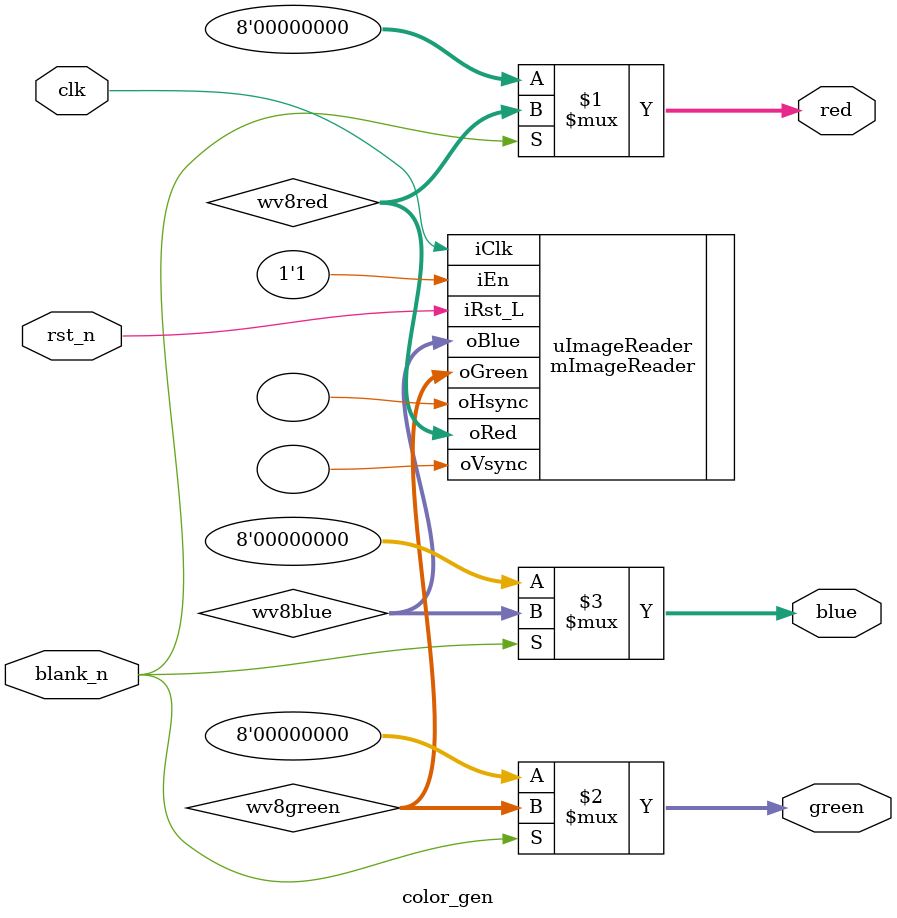
<source format=sv>
module color_gen
(
    input logic clk, rst_n,
    input logic blank_n,
   // input logic red_btn, green_btn, blue_btn,
    output logic [7:0] red, green, blue
);
logic [1:0] red_cnt, green_cnt, blue_cnt;
wire [7:0] wv8red, wv8green, wv8blue;

// The bottom six bits will always be high
// assign red = (blank_n) 		? {red_cnt, 6'b111111} : 8'b0;
// assign green = (blank_n) 	? {green_cnt, 6'b111111} : 8'b0;
// assign blue = (blank_n) 	? {blue_cnt, 6'b111111} : 8'b0;

assign red = (blank_n) 		? wv8red : 8'b0;
assign green = (blank_n) 	? wv8green : 8'b0; 
assign blue = (blank_n) 	? wv8blue : 8'b0;



// assign red = (blank_n) 		? 8'd180 : 8'b0;
// assign green = (blank_n) 	? 8'b0 : 8'b0; 
// assign blue = (blank_n) 	? 8'b0 : 8'b0;

/*
always_ff @(posedge clk)
begin
    if(!rst_n) begin
        red_cnt <= 2'b0;
        green_cnt <= 2'b0;
        blue_cnt <= 2'b0;
    end else begin
        // Increment each color if the respective button is being pressed
        if(red_btn)
            red_cnt += 1'b1;
            
        if(green_btn)
            green_cnt += 1'b1;
            
        if(blue_btn)
            blue_cnt += 1'b1;
    end
end
*/

mImageReader  
	#(	.TOTAL_COLS  (1056), //(800),  640x480 & 800x480
		.TOTAL_ROWS  (525), //(525),
		.ACTIVE_COLS (800), //(640), 
		.ACTIVE_ROWS (480) //(480)
	) uImageReader
	(	.iClk(clk),
		.iRst_L(rst_n),
		.iEn(1'b1), // Enable pattern generation
		.oHsync(),
		.oVsync(),
		.oRed(wv8red),
		.oGreen(wv8green),
		.oBlue(wv8blue)
	);

endmodule

   // parameter H_VISIBLE = 800,
    // parameter H_FRONT_PORCH = 210,
    // parameter H_SYNC = 30,
    // parameter H_BACK_PORCH = 16,

    // // Vertical timing parameters
    // parameter V_VISIBLE = 480,
    // parameter V_FRONT_PORCH = 22,
    // parameter V_SYNC = 13,
    // parameter V_BACK_PORCH = 10
</source>
